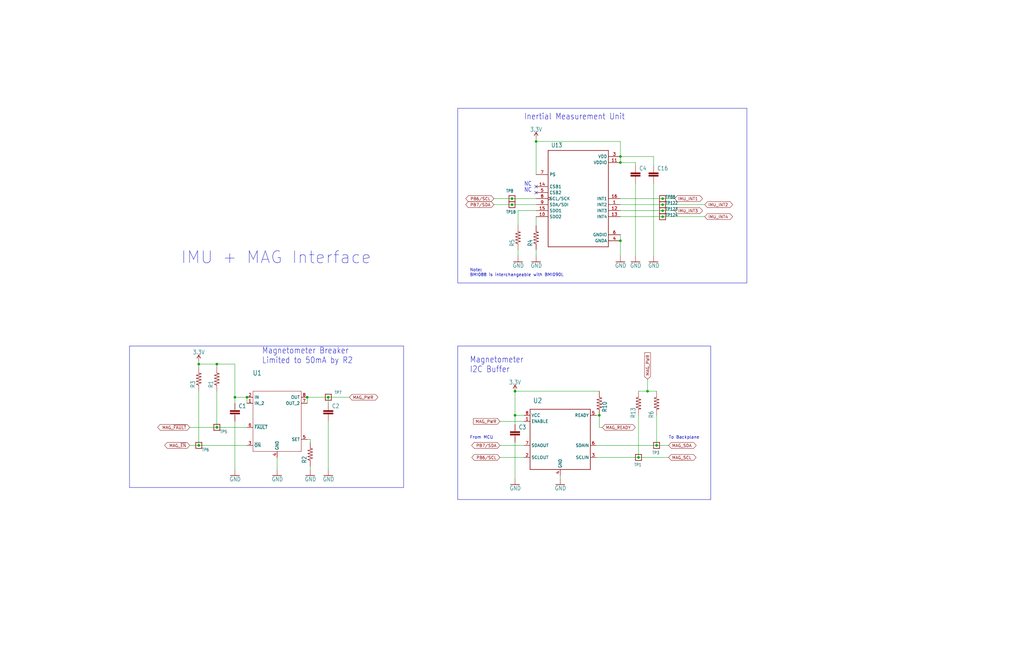
<source format=kicad_sch>
(kicad_sch (version 20230121) (generator eeschema)
  (paper "B")
  (lib_symbols
    (symbol "oresat-acs-card-eagle-import:3.3V" (power)
      (property "Value" "3.3V" (at 0 2.794 0))
      (symbol "3.3V_1_0"
        (polyline (pts (xy 0 2.54) (xy -0.762 1.27)) (stroke (width 0.254)))
        (polyline (pts (xy 0.762 1.27) (xy 0 2.54)) (stroke (width 0.254)))
        (pin power_in line (at 0 0 90) (length 2.54) (name "3.3V") (number "1"))
      )
    )
    (symbol "oresat-acs-card-eagle-import:BMI088"
      (property "Reference" "U" (at -12.7 20.955 0))
      (property "Value" "BMI088" (at -12.7 -22.86 0))
      (symbol "BMI088_1_0"
        (polyline (pts (xy -12.7 -20.32) (xy -12.7 20.32)) (stroke (width 0.254)))
        (polyline (pts (xy -12.7 20.32) (xy 12.7 20.32)) (stroke (width 0.254)))
        (polyline (pts (xy 12.7 -20.32) (xy -12.7 -20.32)) (stroke (width 0.254)))
        (polyline (pts (xy 12.7 20.32) (xy 12.7 -20.32)) (stroke (width 0.254)))
        (pin bidirectional line (at 17.78 -2.54 180) (length 5.08) (name "INT2") (number "1"))
        (pin bidirectional line (at -17.78 -7.62 0) (length 5.08) (name "SDO2") (number "10"))
        (pin power_in line (at 17.78 15.24 180) (length 5.08) (name "VDDIO") (number "11"))
        (pin bidirectional line (at 17.78 -5.08 180) (length 5.08) (name "INT3") (number "12"))
        (pin bidirectional line (at 17.78 -7.62 180) (length 5.08) (name "INT4") (number "13"))
        (pin input line (at -17.78 5.08 0) (length 5.08) (name "CSB1") (number "14"))
        (pin bidirectional line (at -17.78 -5.08 0) (length 5.08) (name "SDO1") (number "15"))
        (pin bidirectional line (at 17.78 0 180) (length 5.08) (name "INT1") (number "16"))
        (pin power_in line (at 17.78 17.78 180) (length 5.08) (name "VDD") (number "3"))
        (pin power_in line (at 17.78 -17.78 180) (length 5.08) (name "GNDA") (number "4"))
        (pin input line (at -17.78 2.54 0) (length 5.08) (name "CSB2") (number "5"))
        (pin power_in line (at 17.78 -15.24 180) (length 5.08) (name "GNDIO") (number "6"))
        (pin input line (at -17.78 10.16 0) (length 5.08) (name "PS") (number "7"))
        (pin input clock (at -17.78 0 0) (length 5.08) (name "SCL/SCK") (number "8"))
        (pin bidirectional line (at -17.78 -2.54 0) (length 5.08) (name "SDA/SDI") (number "9"))
      )
    )
    (symbol "oresat-acs-card-eagle-import:C-EU0603-C-NOSILK"
      (property "Reference" "C" (at 1.524 0.381 0))
      (property "Value" "C-EU0603-C-NOSILK" (at 1.524 -4.699 0))
      (symbol "C-EU0603-C-NOSILK_1_0"
        (rectangle (start -2.032 -2.032) (end 2.032 -1.524) (fill (type outline)))
        (rectangle (start -2.032 -1.016) (end 2.032 -0.508) (fill (type outline)))
        (polyline (pts (xy 0 -2.54) (xy 0 -2.032)) (stroke (width 0.1524)))
        (polyline (pts (xy 0 0) (xy 0 -0.508)) (stroke (width 0.1524)))
        (pin passive line (at 0 2.54 270) (length 2.54) (name "1") (number "1"))
        (pin passive line (at 0 -5.08 90) (length 2.54) (name "2") (number "2"))
      )
    )
    (symbol "oresat-acs-card-eagle-import:GND" (power)
      (property "Value" "GND" (at -2.54 -2.54 0))
      (symbol "GND_1_0"
        (polyline (pts (xy -1.905 0) (xy 1.905 0)) (stroke (width 0.254)))
        (pin power_in line (at 0 2.54 270) (length 2.54) (name "GND") (number "1"))
      )
    )
    (symbol "oresat-acs-card-eagle-import:LTC4300A-1"
      (property "Value" "LTC4300A-1" (at 5.08 15.24 0))
      (symbol "LTC4300A-1_1_0"
        (polyline (pts (xy -12.7 -12.7) (xy 12.7 -12.7)) (stroke (width 0.254)))
        (polyline (pts (xy -12.7 12.7) (xy -12.7 -12.7)) (stroke (width 0.254)))
        (polyline (pts (xy 12.7 -12.7) (xy 12.7 12.7)) (stroke (width 0.254)))
        (polyline (pts (xy 12.7 12.7) (xy -12.7 12.7)) (stroke (width 0.254)))
        (pin input line (at -15.24 7.62 0) (length 2.54) (name "ENABLE") (number "1"))
        (pin bidirectional line (at -15.24 -7.62 0) (length 2.54) (name "SCLOUT") (number "2"))
        (pin bidirectional line (at 15.24 -7.62 180) (length 2.54) (name "SCLIN") (number "3"))
        (pin power_in line (at 0 -15.24 90) (length 2.54) (name "GND") (number "4"))
        (pin output line (at 15.24 10.16 180) (length 2.54) (name "READY") (number "5"))
        (pin bidirectional line (at 15.24 -2.54 180) (length 2.54) (name "SDAIN") (number "6"))
        (pin bidirectional line (at -15.24 -2.54 0) (length 2.54) (name "SDAOUT") (number "7"))
        (pin power_in line (at -15.24 10.16 0) (length 2.54) (name "VCC") (number "8"))
      )
    )
    (symbol "oresat-acs-card-eagle-import:MAX892LEUA+T21-0036K-L"
      (property "Reference" "U" (at -5.2324 14.1986 0))
      (property "Value" "MAX892LEUA+T21-0036K-L" (at -5.1054 11.6586 0))
      (symbol "MAX892LEUA+T21-0036K-L_1_0"
        (polyline (pts (xy -10.16 -15.24) (xy 10.16 -15.24)) (stroke (width 0.1524)))
        (polyline (pts (xy -10.16 10.16) (xy -10.16 -15.24)) (stroke (width 0.1524)))
        (polyline (pts (xy 10.16 -15.24) (xy 10.16 10.16)) (stroke (width 0.1524)))
        (polyline (pts (xy 10.16 10.16) (xy -10.16 10.16)) (stroke (width 0.1524)))
        (pin power_in line (at -12.7 5.08 0) (length 2.54) (name "IN_2") (number "1"))
        (pin power_in line (at -12.7 7.62 0) (length 2.54) (name "IN") (number "2"))
        (pin input line (at -12.7 -12.7 0) (length 2.54) (name "~{ON}") (number "3"))
        (pin power_in line (at 0 -17.78 90) (length 2.54) (name "GND") (number "4"))
        (pin passive line (at 12.7 -10.16 180) (length 2.54) (name "SET") (number "5"))
        (pin output line (at -12.7 -5.08 0) (length 2.54) (name "~{FAULT}") (number "6"))
        (pin passive line (at 12.7 5.08 180) (length 2.54) (name "OUT_2") (number "7"))
        (pin power_out line (at 12.7 7.62 180) (length 2.54) (name "OUT") (number "8"))
      )
    )
    (symbol "oresat-acs-card-eagle-import:R-US_0603-C-NOSILK"
      (property "Reference" "R" (at -3.81 1.4986 0))
      (property "Value" "R-US_0603-C-NOSILK" (at -3.81 -3.302 0))
      (symbol "R-US_0603-C-NOSILK_1_0"
        (polyline (pts (xy -2.54 0) (xy -2.159 1.016)) (stroke (width 0.2032)))
        (polyline (pts (xy -2.159 1.016) (xy -1.524 -1.016)) (stroke (width 0.2032)))
        (polyline (pts (xy -1.524 -1.016) (xy -0.889 1.016)) (stroke (width 0.2032)))
        (polyline (pts (xy -0.889 1.016) (xy -0.254 -1.016)) (stroke (width 0.2032)))
        (polyline (pts (xy -0.254 -1.016) (xy 0.381 1.016)) (stroke (width 0.2032)))
        (polyline (pts (xy 0.381 1.016) (xy 1.016 -1.016)) (stroke (width 0.2032)))
        (polyline (pts (xy 1.016 -1.016) (xy 1.651 1.016)) (stroke (width 0.2032)))
        (polyline (pts (xy 1.651 1.016) (xy 2.286 -1.016)) (stroke (width 0.2032)))
        (polyline (pts (xy 2.286 -1.016) (xy 2.54 0)) (stroke (width 0.2032)))
        (pin passive line (at -5.08 0 0) (length 2.54) (name "1") (number "1"))
        (pin passive line (at 5.08 0 180) (length 2.54) (name "2") (number "2"))
      )
    )
    (symbol "oresat-acs-card-eagle-import:TEST-POINT-LARGE-SQUARE"
      (property "Reference" "TP" (at -2.54 2.54 0))
      (symbol "TEST-POINT-LARGE-SQUARE_1_0"
        (polyline (pts (xy -1.27 -1.27) (xy -1.27 1.27)) (stroke (width 0.254)))
        (polyline (pts (xy -1.27 1.27) (xy 1.27 1.27)) (stroke (width 0.254)))
        (polyline (pts (xy 1.27 -1.27) (xy -1.27 -1.27)) (stroke (width 0.254)))
        (polyline (pts (xy 1.27 1.27) (xy 1.27 -1.27)) (stroke (width 0.254)))
        (pin passive line (at 0 0 0) (length 0) (name "1") (number "1"))
      )
    )
  )
  (junction (at 269.24 193.04))
  (junction (at 129.54 167.64))
  (junction (at 217.17 165.1))
  (junction (at 99.06 167.64))
  (junction (at 279.4 83.82))
  (junction (at 215.9 86.36))
  (junction (at 273.05 165.1))
  (junction (at 261.62 68.58))
  (junction (at 261.62 101.6))
  (junction (at 91.44 153.67))
  (junction (at 279.4 86.36))
  (junction (at 104.14 167.64))
  (junction (at 83.82 153.67))
  (junction (at 138.43 167.64))
  (junction (at 83.82 187.96))
  (junction (at 217.17 175.26))
  (junction (at 276.86 187.96))
  (junction (at 215.9 83.82))
  (junction (at 279.4 91.44))
  (junction (at 279.4 88.9))
  (junction (at 91.44 180.34))
  (junction (at 261.62 66.04))
  (junction (at 226.06 59.69))
  (junction (at 252.73 175.26))
  (no_connect (at 226.06 78.74))
  (no_connect (at 226.06 81.28))
  (polyline (pts (xy 170.18 146.05) (xy 170.18 205.74)))
  (wire (pts (xy 129.54 167.64) (xy 138.43 167.64)))
  (wire (pts (xy 218.44 88.9) (xy 226.06 88.9)))
  (wire (pts (xy 138.43 167.64) (xy 147.32 167.64)))
  (wire (pts (xy 116.84 198.12) (xy 116.84 193.04)))
  (wire (pts (xy 138.43 198.12) (xy 138.43 177.8)))
  (wire (pts (xy 226.06 83.82) (xy 215.9 83.82)))
  (wire (pts (xy 251.46 193.04) (xy 269.24 193.04)))
  (wire (pts (xy 261.62 86.36) (xy 279.4 86.36)))
  (polyline (pts (xy 314.96 119.38) (xy 314.96 45.72)))
  (wire (pts (xy 226.06 86.36) (xy 215.9 86.36)))
  (wire (pts (xy 252.73 175.26) (xy 252.73 180.34)))
  (wire (pts (xy 267.97 68.58) (xy 267.97 69.85)))
  (wire (pts (xy 279.4 86.36) (xy 297.18 86.36)))
  (wire (pts (xy 217.17 201.93) (xy 217.17 186.69)))
  (wire (pts (xy 217.17 175.26) (xy 217.17 165.1)))
  (wire (pts (xy 130.81 185.42) (xy 130.81 186.69)))
  (wire (pts (xy 83.82 165.1) (xy 83.82 187.96)))
  (polyline (pts (xy 193.04 146.05) (xy 193.04 210.82)))
  (wire (pts (xy 220.98 175.26) (xy 217.17 175.26)))
  (wire (pts (xy 130.81 196.85) (xy 130.81 198.12)))
  (wire (pts (xy 261.62 88.9) (xy 279.4 88.9)))
  (wire (pts (xy 218.44 95.25) (xy 218.44 88.9)))
  (wire (pts (xy 276.86 175.26) (xy 276.86 187.96)))
  (wire (pts (xy 99.06 167.64) (xy 104.14 167.64)))
  (wire (pts (xy 269.24 175.26) (xy 269.24 193.04)))
  (wire (pts (xy 236.22 201.93) (xy 236.22 200.66)))
  (polyline (pts (xy 299.72 210.82) (xy 299.72 146.05)))
  (wire (pts (xy 218.44 105.41) (xy 218.44 107.95)))
  (wire (pts (xy 99.06 198.12) (xy 99.06 177.8)))
  (wire (pts (xy 129.54 185.42) (xy 130.81 185.42)))
  (polyline (pts (xy 193.04 45.72) (xy 193.04 119.38)))
  (wire (pts (xy 217.17 165.1) (xy 252.73 165.1)))
  (polyline (pts (xy 299.72 146.05) (xy 193.04 146.05)))
  (wire (pts (xy 281.94 187.96) (xy 276.86 187.96)))
  (wire (pts (xy 261.62 91.44) (xy 279.4 91.44)))
  (wire (pts (xy 91.44 154.94) (xy 91.44 153.67)))
  (wire (pts (xy 251.46 175.26) (xy 252.73 175.26)))
  (polyline (pts (xy 314.96 45.72) (xy 193.04 45.72)))
  (wire (pts (xy 83.82 187.96) (xy 80.01 187.96)))
  (wire (pts (xy 261.62 66.04) (xy 261.62 68.58)))
  (wire (pts (xy 279.4 83.82) (xy 284.48 83.82)))
  (wire (pts (xy 104.14 170.18) (xy 104.14 167.64)))
  (wire (pts (xy 83.82 153.67) (xy 83.82 152.4)))
  (wire (pts (xy 217.17 175.26) (xy 217.17 179.07)))
  (wire (pts (xy 273.05 165.1) (xy 276.86 165.1)))
  (wire (pts (xy 91.44 153.67) (xy 83.82 153.67)))
  (polyline (pts (xy 193.04 119.38) (xy 314.96 119.38)))
  (polyline (pts (xy 54.61 205.74) (xy 54.61 146.05)))
  (wire (pts (xy 226.06 105.41) (xy 226.06 107.95)))
  (wire (pts (xy 261.62 83.82) (xy 279.4 83.82)))
  (wire (pts (xy 252.73 180.34) (xy 254 180.34)))
  (wire (pts (xy 279.4 91.44) (xy 297.18 91.44)))
  (polyline (pts (xy 170.18 205.74) (xy 54.61 205.74)))
  (polyline (pts (xy 193.04 210.82) (xy 299.72 210.82)))
  (wire (pts (xy 208.28 83.82) (xy 215.9 83.82)))
  (wire (pts (xy 220.98 187.96) (xy 210.82 187.96)))
  (wire (pts (xy 273.05 160.02) (xy 273.05 165.1)))
  (wire (pts (xy 226.06 91.44) (xy 226.06 95.25)))
  (wire (pts (xy 99.06 170.18) (xy 99.06 167.64)))
  (wire (pts (xy 251.46 187.96) (xy 276.86 187.96)))
  (wire (pts (xy 83.82 154.94) (xy 83.82 153.67)))
  (wire (pts (xy 138.43 170.18) (xy 138.43 167.64)))
  (wire (pts (xy 91.44 165.1) (xy 91.44 180.34)))
  (wire (pts (xy 261.62 101.6) (xy 261.62 107.95)))
  (wire (pts (xy 210.82 177.8) (xy 220.98 177.8)))
  (wire (pts (xy 275.59 77.47) (xy 275.59 107.95)))
  (polyline (pts (xy 54.61 146.05) (xy 170.18 146.05)))
  (wire (pts (xy 275.59 66.04) (xy 275.59 69.85)))
  (wire (pts (xy 208.28 86.36) (xy 215.9 86.36)))
  (wire (pts (xy 129.54 170.18) (xy 129.54 167.64)))
  (wire (pts (xy 99.06 153.67) (xy 99.06 167.64)))
  (wire (pts (xy 267.97 77.47) (xy 267.97 107.95)))
  (wire (pts (xy 261.62 59.69) (xy 261.62 66.04)))
  (wire (pts (xy 261.62 66.04) (xy 275.59 66.04)))
  (wire (pts (xy 99.06 153.67) (xy 91.44 153.67)))
  (wire (pts (xy 261.62 99.06) (xy 261.62 101.6)))
  (wire (pts (xy 226.06 59.69) (xy 226.06 73.66)))
  (wire (pts (xy 279.4 88.9) (xy 284.48 88.9)))
  (wire (pts (xy 226.06 58.42) (xy 226.06 59.69)))
  (wire (pts (xy 269.24 193.04) (xy 281.94 193.04)))
  (wire (pts (xy 269.24 165.1) (xy 273.05 165.1)))
  (wire (pts (xy 104.14 187.96) (xy 83.82 187.96)))
  (wire (pts (xy 261.62 68.58) (xy 267.97 68.58)))
  (wire (pts (xy 226.06 59.69) (xy 261.62 59.69)))
  (wire (pts (xy 210.82 193.04) (xy 220.98 193.04)))
  (wire (pts (xy 91.44 180.34) (xy 80.01 180.34)))
  (wire (pts (xy 104.14 180.34) (xy 91.44 180.34)))
  (text "To Backplane" (at 281.94 185.42 0) (effects (font (size 1.27 1.27)) (justify left bottom)))
  (text "NC" (at 220.98 81.28 0) (effects (font (size 1.778 1.5113)) (justify left bottom)))
  (text "From MCU" (at 198.12 185.42 0) (effects (font (size 1.27 1.27)) (justify left bottom)))
  (text "IMU + MAG Interface" (at 76.2 111.76 0) (effects (font (size 5.08 5.08)) (justify left bottom)))
  (text "Magnetometer Breaker\nLimited to 50mA by R2" (at 110.49 153.67 0) (effects (font (size 2.54 2.159)) (justify left bottom)))
  (text "Note:\nBMI088 is interchangeable with BMI090L" (at 198.12 116.84 0) (effects (font (size 1.27 1.27)) (justify left bottom)))
  (text "Inertial Measurement Unit" (at 220.98 50.8 0) (effects (font (size 2.54 2.159)) (justify left bottom)))
  (text "Magnetometer\nI2C Buffer" (at 198.12 157.48 0) (effects (font (size 2.54 2.159)) (justify left bottom)))
  (text "NC" (at 220.98 78.74 0) (effects (font (size 1.778 1.5113)) (justify left bottom)))
  (global_label "PB7/SDA" (shape bidirectional) (at 208.28 86.36 180) (effects (font (size 1.2446 1.2446))) (property "Intersheetrefs" "${INTERSHEET_REFS}" (effects hide)))
  (global_label "MAG_~{EN}" (shape bidirectional) (at 80.01 187.96 180) (effects (font (size 1.2446 1.2446))) (property "Intersheetrefs" "${INTERSHEET_REFS}" (effects hide)))
  (global_label "MAG_SDA" (shape bidirectional) (at 281.94 187.96 0) (effects (font (size 1.2446 1.2446))) (property "Intersheetrefs" "${INTERSHEET_REFS}" (effects hide)))
  (global_label "MAG_PWR" (shape input) (at 273.05 160.02 90) (property "Intersheetrefs" "${INTERSHEET_REFS}" (effects hide)))
  (global_label "PB6/SCL" (shape bidirectional) (at 210.82 193.04 180) (effects (font (size 1.2446 1.2446))) (property "Intersheetrefs" "${INTERSHEET_REFS}" (effects hide)))
  (global_label "MAG_PWR" (shape bidirectional) (at 147.32 167.64 0) (effects (font (size 1.2446 1.2446))) (property "Intersheetrefs" "${INTERSHEET_REFS}" (effects hide)))
  (global_label "MAG_SCL" (shape bidirectional) (at 281.94 193.04 0) (effects (font (size 1.2446 1.2446))) (property "Intersheetrefs" "${INTERSHEET_REFS}" (effects hide)))
  (global_label "MAG_~{FAULT}" (shape bidirectional) (at 80.01 180.34 180) (effects (font (size 1.2446 1.2446))) (property "Intersheetrefs" "${INTERSHEET_REFS}" (effects hide)))
  (global_label "PB6/SCL" (shape bidirectional) (at 208.28 83.82 180) (effects (font (size 1.2446 1.2446))) (property "Intersheetrefs" "${INTERSHEET_REFS}" (effects hide)))
  (global_label "IMU_INT1" (shape bidirectional) (at 284.48 83.82 0) (effects (font (size 1.2446 1.2446))) (property "Intersheetrefs" "${INTERSHEET_REFS}" (effects hide)))
  (global_label "IMU_INT3" (shape bidirectional) (at 284.48 88.9 0) (effects (font (size 1.2446 1.2446))) (property "Intersheetrefs" "${INTERSHEET_REFS}" (effects hide)))
  (global_label "MAG_PWR" (shape input) (at 210.82 177.8 180) (property "Intersheetrefs" "${INTERSHEET_REFS}" (effects hide)))
  (global_label "PB7/SDA" (shape bidirectional) (at 210.82 187.96 180) (effects (font (size 1.2446 1.2446))) (property "Intersheetrefs" "${INTERSHEET_REFS}" (effects hide)))
  (global_label "IMU_INT4" (shape bidirectional) (at 297.18 91.44 0) (effects (font (size 1.2446 1.2446))) (property "Intersheetrefs" "${INTERSHEET_REFS}" (effects hide)))
  (global_label "MAG_READY" (shape bidirectional) (at 254 180.34 0) (effects (font (size 1.2446 1.2446))) (property "Intersheetrefs" "${INTERSHEET_REFS}" (effects hide)))
  (global_label "IMU_INT2" (shape bidirectional) (at 297.18 86.36 0) (effects (font (size 1.2446 1.2446))) (property "Intersheetrefs" "${INTERSHEET_REFS}" (effects hide)))
  (symbol (lib_id "oresat-acs-card-eagle-import:GND") (at 226.06 110.49 0) (mirror y) (unit 1)
    (property "Reference" "#GND097" (effects hide))
    (property "Value" "GND" (at 228.6 113.03 0) (effects (font (size 1.778 1.5113)) (justify left bottom)))
  )
  (symbol (lib_id "oresat-acs-card-eagle-import:TEST-POINT-LARGE-SQUARE") (at 83.82 187.96 0) (unit 1)
    (property "Reference" "TP6" (at 85.09 190.5 0) (effects (font (size 1.27 1.0795)) (justify left bottom)))
    (property "Value" "TEST-POINT-LARGE-SQUARE" (effects hide))
    (property "Footprint" "oresat-acs-card:1X01" (effects hide))
  )
  (symbol (lib_id "oresat-acs-card-eagle-import:TEST-POINT-LARGE-SQUARE") (at 279.4 88.9 0) (unit 1)
    (property "Reference" "TP123" (at 280.67 88.9 0) (effects (font (size 1.27 1.0795)) (justify left bottom)))
    (property "Value" "TEST-POINT-LARGE-SQUARE" (effects hide))
    (property "Footprint" "oresat-acs-card:1X01" (effects hide))
  )
  (symbol (lib_id "oresat-acs-card-eagle-import:GND") (at 130.81 200.66 0) (mirror y) (unit 1)
    (property "Reference" "#GND094" (effects hide))
    (property "Value" "GND" (at 133.35 203.2 0) (effects (font (size 1.778 1.5113)) (justify left bottom)))
  )
  (symbol (lib_id "oresat-acs-card-eagle-import:GND") (at 267.97 110.49 0) (mirror y) (unit 1)
    (property "Reference" "#GND099" (effects hide))
    (property "Value" "GND" (at 270.51 113.03 0) (effects (font (size 1.778 1.5113)) (justify left bottom)))
  )
  (symbol (lib_id "oresat-acs-card-eagle-import:BMI088") (at 243.84 83.82 0) (unit 1)
    (property "Reference" "U13" (at 232.41 62.23 0) (effects (font (size 1.778 1.5113)) (justify left bottom)))
    (property "Value" "BMI088" (at 245.11 62.23 0) (effects (font (size 1.778 1.5113)) (justify left bottom)))
    (property "Footprint" "oresat-acs-card:PQFN50P450X300X100-16N" (effects hide))
    (property "Value" "BMI088" (effects hide))
  )
  (symbol (lib_id "oresat-acs-card-eagle-import:GND") (at 116.84 200.66 0) (mirror y) (unit 1)
    (property "Reference" "#GND093" (effects hide))
    (property "Value" "GND" (at 119.38 203.2 0) (effects (font (size 1.778 1.5113)) (justify left bottom)))
  )
  (symbol (lib_id "oresat-acs-card-eagle-import:TEST-POINT-LARGE-SQUARE") (at 269.24 193.04 0) (mirror y) (unit 1)
    (property "Reference" "TP1" (at 270.51 196.85 0) (effects (font (size 1.27 1.0795)) (justify left bottom)))
    (property "Value" "TEST-POINT-LARGE-SQUARE" (effects hide))
    (property "Footprint" "oresat-acs-card:1X01" (effects hide))
  )
  (symbol (lib_id "oresat-acs-card-eagle-import:GND") (at 261.62 110.49 0) (mirror y) (unit 1)
    (property "Reference" "#GND098" (effects hide))
    (property "Value" "GND" (at 264.16 113.03 0) (effects (font (size 1.778 1.5113)) (justify left bottom)))
  )
  (symbol (lib_id "oresat-acs-card-eagle-import:GND") (at 99.06 200.66 0) (mirror y) (unit 1)
    (property "Reference" "#GND091" (effects hide))
    (property "Value" "GND" (at 101.6 203.2 0) (effects (font (size 1.778 1.5113)) (justify left bottom)))
  )
  (symbol (lib_id "oresat-acs-card-eagle-import:TEST-POINT-LARGE-SQUARE") (at 279.4 91.44 0) (unit 1)
    (property "Reference" "TP124" (at 280.67 91.44 0) (effects (font (size 1.27 1.0795)) (justify left bottom)))
    (property "Value" "TEST-POINT-LARGE-SQUARE" (effects hide))
    (property "Footprint" "oresat-acs-card:1X01" (effects hide))
  )
  (symbol (lib_id "oresat-acs-card-eagle-import:GND") (at 275.59 110.49 0) (mirror y) (unit 1)
    (property "Reference" "#GND0100" (effects hide))
    (property "Value" "GND" (at 278.13 113.03 0) (effects (font (size 1.778 1.5113)) (justify left bottom)))
  )
  (symbol (lib_id "oresat-acs-card-eagle-import:R-US_0603-C-NOSILK") (at 130.81 191.77 90) (unit 1)
    (property "Reference" "R2" (at 129.3114 195.58 0) (effects (font (size 1.778 1.5113)) (justify left bottom)))
    (property "Value" "23.7k" (at 134.112 195.58 0) (effects (font (size 1.778 1.5113)) (justify left bottom)))
    (property "Footprint" "oresat-acs-card:.0603-C-NOSILK" (effects hide))
    (property "Value" "RC0603FR-0723K7L" (effects hide))
  )
  (symbol (lib_id "oresat-acs-card-eagle-import:3.3V") (at 226.06 58.42 0) (mirror y) (unit 1)
    (property "Reference" "#SUPPLY012" (effects hide))
    (property "Value" "3.3V" (at 226.06 55.626 0) (effects (font (size 1.778 1.5113)) (justify bottom)))
  )
  (symbol (lib_id "oresat-acs-card-eagle-import:R-US_0603-C-NOSILK") (at 83.82 160.02 90) (unit 1)
    (property "Reference" "R3" (at 82.3214 163.83 0) (effects (font (size 1.778 1.5113)) (justify left bottom)))
    (property "Value" "10k" (at 82.042 158.75 0) (effects (font (size 1.778 1.5113)) (justify left bottom)))
    (property "Footprint" "oresat-acs-card:.0603-C-NOSILK" (effects hide))
    (property "Value" "RC0603FR-0710KL" (effects hide))
  )
  (symbol (lib_id "oresat-acs-card-eagle-import:TEST-POINT-LARGE-SQUARE") (at 91.44 180.34 0) (unit 1)
    (property "Reference" "TP5" (at 92.71 182.88 0) (effects (font (size 1.27 1.0795)) (justify left bottom)))
    (property "Value" "TEST-POINT-LARGE-SQUARE" (effects hide))
    (property "Footprint" "oresat-acs-card:1X01" (effects hide))
  )
  (symbol (lib_id "oresat-acs-card-eagle-import:TEST-POINT-LARGE-SQUARE") (at 279.4 83.82 0) (unit 1)
    (property "Reference" "TP88" (at 280.67 83.82 0) (effects (font (size 1.27 1.0795)) (justify left bottom)))
    (property "Value" "TEST-POINT-LARGE-SQUARE" (effects hide))
    (property "Footprint" "oresat-acs-card:1X01" (effects hide))
  )
  (symbol (lib_id "oresat-acs-card-eagle-import:C-EU0603-C-NOSILK") (at 138.43 172.72 0) (unit 1)
    (property "Reference" "C2" (at 139.954 172.339 0) (effects (font (size 1.778 1.5113)) (justify left bottom)))
    (property "Value" "1u" (at 139.954 177.419 0) (effects (font (size 1.778 1.5113)) (justify left bottom)))
    (property "Footprint" "oresat-acs-card:.0603-C-NOSILK" (effects hide))
    (property "Value" "CC0603KRX7R7BB105" (effects hide))
  )
  (symbol (lib_id "oresat-acs-card-eagle-import:C-EU0603-C-NOSILK") (at 99.06 172.72 0) (unit 1)
    (property "Reference" "C1" (at 100.584 172.339 0) (effects (font (size 1.778 1.5113)) (justify left bottom)))
    (property "Value" "1u" (at 100.584 177.419 0) (effects (font (size 1.778 1.5113)) (justify left bottom)))
    (property "Footprint" "oresat-acs-card:.0603-C-NOSILK" (effects hide))
    (property "Value" "CC0603KRX7R7BB105" (effects hide))
  )
  (symbol (lib_id "oresat-acs-card-eagle-import:C-EU0603-C-NOSILK") (at 217.17 181.61 0) (unit 1)
    (property "Reference" "C3" (at 218.694 181.229 0) (effects (font (size 1.778 1.5113)) (justify left bottom)))
    (property "Value" "1u" (at 217.424 186.309 0) (effects (font (size 1.778 1.5113)) (justify left bottom)))
    (property "Footprint" "oresat-acs-card:.0603-C-NOSILK" (effects hide))
    (property "Value" "CC0603KRX7R7BB105" (effects hide))
  )
  (symbol (lib_id "oresat-acs-card-eagle-import:C-EU0603-C-NOSILK") (at 275.59 72.39 0) (unit 1)
    (property "Reference" "C16" (at 277.114 72.009 0) (effects (font (size 1.778 1.5113)) (justify left bottom)))
    (property "Value" "1u" (at 277.114 77.089 0) (effects (font (size 1.778 1.5113)) (justify left bottom)))
    (property "Footprint" "oresat-acs-card:.0603-C-NOSILK" (effects hide))
    (property "Value" "CC0603KRX7R7BB105" (effects hide))
  )
  (symbol (lib_id "oresat-acs-card-eagle-import:R-US_0603-C-NOSILK") (at 226.06 100.33 90) (unit 1)
    (property "Reference" "R4" (at 224.5614 104.14 0) (effects (font (size 1.778 1.5113)) (justify left bottom)))
    (property "Value" "10k" (at 224.282 99.06 0) (effects (font (size 1.778 1.5113)) (justify left bottom)))
    (property "Footprint" "oresat-acs-card:.0603-C-NOSILK" (effects hide))
    (property "Value" "RC0603FR-0710KL" (effects hide))
  )
  (symbol (lib_id "oresat-acs-card-eagle-import:TEST-POINT-LARGE-SQUARE") (at 215.9 86.36 0) (unit 1)
    (property "Reference" "TP18" (at 213.36 90.17 0) (effects (font (size 1.27 1.0795)) (justify left bottom)))
    (property "Value" "TEST-POINT-LARGE-SQUARE" (effects hide))
    (property "Footprint" "oresat-acs-card:1X01" (effects hide))
  )
  (symbol (lib_id "oresat-acs-card-eagle-import:TEST-POINT-LARGE-SQUARE") (at 279.4 86.36 0) (unit 1)
    (property "Reference" "TP122" (at 280.67 86.36 0) (effects (font (size 1.27 1.0795)) (justify left bottom)))
    (property "Value" "TEST-POINT-LARGE-SQUARE" (effects hide))
    (property "Footprint" "oresat-acs-card:1X01" (effects hide))
  )
  (symbol (lib_id "oresat-acs-card-eagle-import:GND") (at 218.44 110.49 0) (mirror y) (unit 1)
    (property "Reference" "#GND096" (effects hide))
    (property "Value" "GND" (at 220.98 113.03 0) (effects (font (size 1.778 1.5113)) (justify left bottom)))
  )
  (symbol (lib_id "oresat-acs-card-eagle-import:MAX892LEUA+T21-0036K-L") (at 116.84 175.26 0) (unit 1)
    (property "Reference" "U1" (at 106.5276 158.5214 0) (effects (font (size 2.0828 1.7703)) (justify left bottom)))
    (property "Value" "MAX892LEUA+T21-0036K-L" (at 104.1146 163.6014 0) (effects (font (size 2.0828 1.7703)) (justify left bottom)))
    (property "Footprint" "oresat-acs-card:21-0036K-L" (effects hide))
    (property "Value" "MAX892LEUA+T21-0036K-L" (effects hide))
  )
  (symbol (lib_id "oresat-acs-card-eagle-import:R-US_0603-C-NOSILK") (at 252.73 170.18 270) (unit 1)
    (property "Reference" "R10" (at 254 173.99 0) (effects (font (size 1.778 1.5113)) (justify right bottom)))
    (property "Value" "10k" (at 254 167.64 0) (effects (font (size 1.778 1.5113)) (justify right bottom)))
    (property "Footprint" "oresat-acs-card:.0603-C-NOSILK" (effects hide))
    (property "Value" "RC0603FR-0710KL" (effects hide))
  )
  (symbol (lib_id "oresat-acs-card-eagle-import:R-US_0603-C-NOSILK") (at 218.44 100.33 90) (unit 1)
    (property "Reference" "R5" (at 216.9414 104.14 0) (effects (font (size 1.778 1.5113)) (justify left bottom)))
    (property "Value" "10k" (at 216.662 99.06 0) (effects (font (size 1.778 1.5113)) (justify left bottom)))
    (property "Footprint" "oresat-acs-card:.0603-C-NOSILK" (effects hide))
    (property "Value" "RC0603FR-0710KL" (effects hide))
  )
  (symbol (lib_id "oresat-acs-card-eagle-import:R-US_0603-C-NOSILK") (at 269.24 170.18 90) (mirror x) (unit 1)
    (property "Reference" "R13" (at 267.97 176.53 0) (effects (font (size 1.778 1.5113)) (justify right bottom)))
    (property "Value" "10k" (at 267.97 170.18 0) (effects (font (size 1.778 1.5113)) (justify right bottom)))
    (property "Footprint" "oresat-acs-card:.0603-C-NOSILK" (effects hide))
    (property "Value" "RC0603FR-0710KL" (effects hide))
  )
  (symbol (lib_id "oresat-acs-card-eagle-import:GND") (at 138.43 200.66 0) (mirror y) (unit 1)
    (property "Reference" "#GND095" (effects hide))
    (property "Value" "GND" (at 140.97 203.2 0) (effects (font (size 1.778 1.5113)) (justify left bottom)))
  )
  (symbol (lib_id "oresat-acs-card-eagle-import:GND") (at 217.17 204.47 0) (mirror y) (unit 1)
    (property "Reference" "#GND090" (effects hide))
    (property "Value" "GND" (at 219.71 207.01 0) (effects (font (size 1.778 1.5113)) (justify left bottom)))
  )
  (symbol (lib_id "oresat-acs-card-eagle-import:LTC4300A-1") (at 236.22 185.42 0) (unit 1)
    (property "Reference" "U2" (at 224.79 170.18 0) (effects (font (size 2.0828 1.7703)) (justify left bottom)))
    (property "Value" "LTC4300A-1" (at 232.41 170.18 0) (effects (font (size 2.0828 1.7703)) (justify left bottom)))
    (property "Footprint" "oresat-acs-card:MS8" (effects hide))
    (property "Value" "LTC4300A-1" (effects hide))
  )
  (symbol (lib_id "oresat-acs-card-eagle-import:3.3V") (at 217.17 165.1 0) (mirror y) (unit 1)
    (property "Reference" "#SUPPLY011" (effects hide))
    (property "Value" "3.3V" (at 217.17 162.306 0) (effects (font (size 1.778 1.5113)) (justify bottom)))
  )
  (symbol (lib_id "oresat-acs-card-eagle-import:R-US_0603-C-NOSILK") (at 276.86 170.18 90) (mirror x) (unit 1)
    (property "Reference" "R6" (at 275.59 176.53 0) (effects (font (size 1.778 1.5113)) (justify right bottom)))
    (property "Value" "10k" (at 275.59 170.18 0) (effects (font (size 1.778 1.5113)) (justify right bottom)))
    (property "Footprint" "oresat-acs-card:.0603-C-NOSILK" (effects hide))
    (property "Value" "RC0603FR-0710KL" (effects hide))
  )
  (symbol (lib_id "oresat-acs-card-eagle-import:GND") (at 236.22 204.47 0) (mirror y) (unit 1)
    (property "Reference" "#GND092" (effects hide))
    (property "Value" "GND" (at 238.76 207.01 0) (effects (font (size 1.778 1.5113)) (justify left bottom)))
  )
  (symbol (lib_id "oresat-acs-card-eagle-import:TEST-POINT-LARGE-SQUARE") (at 138.43 167.64 0) (unit 1)
    (property "Reference" "TP7" (at 140.97 166.37 0) (effects (font (size 1.27 1.0795)) (justify left bottom)))
    (property "Value" "TEST-POINT-LARGE-SQUARE" (effects hide))
    (property "Footprint" "oresat-acs-card:1X01" (effects hide))
  )
  (symbol (lib_id "oresat-acs-card-eagle-import:TEST-POINT-LARGE-SQUARE") (at 215.9 83.82 0) (unit 1)
    (property "Reference" "TP8" (at 213.36 81.28 0) (effects (font (size 1.27 1.0795)) (justify left bottom)))
    (property "Value" "TEST-POINT-LARGE-SQUARE" (effects hide))
    (property "Footprint" "oresat-acs-card:1X01" (effects hide))
  )
  (symbol (lib_id "oresat-acs-card-eagle-import:3.3V") (at 83.82 152.4 0) (mirror y) (unit 1)
    (property "Reference" "#SUPPLY010" (effects hide))
    (property "Value" "3.3V" (at 83.82 149.606 0) (effects (font (size 1.778 1.5113)) (justify bottom)))
  )
  (symbol (lib_id "oresat-acs-card-eagle-import:C-EU0603-C-NOSILK") (at 267.97 72.39 0) (unit 1)
    (property "Reference" "C4" (at 269.494 72.009 0) (effects (font (size 1.778 1.5113)) (justify left bottom)))
    (property "Value" "1u" (at 269.494 77.089 0) (effects (font (size 1.778 1.5113)) (justify left bottom)))
    (property "Footprint" "oresat-acs-card:.0603-C-NOSILK" (effects hide))
    (property "Value" "CC0603KRX7R7BB105" (effects hide))
  )
  (symbol (lib_id "oresat-acs-card-eagle-import:TEST-POINT-LARGE-SQUARE") (at 276.86 187.96 0) (mirror y) (unit 1)
    (property "Reference" "TP3" (at 278.13 191.77 0) (effects (font (size 1.27 1.0795)) (justify left bottom)))
    (property "Value" "TEST-POINT-LARGE-SQUARE" (effects hide))
    (property "Footprint" "oresat-acs-card:1X01" (effects hide))
  )
  (symbol (lib_id "oresat-acs-card-eagle-import:R-US_0603-C-NOSILK") (at 91.44 160.02 90) (unit 1)
    (property "Reference" "R1" (at 89.9414 163.83 0) (effects (font (size 1.778 1.5113)) (justify left bottom)))
    (property "Value" "10k" (at 89.662 158.75 0) (effects (font (size 1.778 1.5113)) (justify left bottom)))
    (property "Footprint" "oresat-acs-card:.0603-C-NOSILK" (effects hide))
    (property "Value" "RC0603FR-0710KL" (effects hide))
  )
)
</source>
